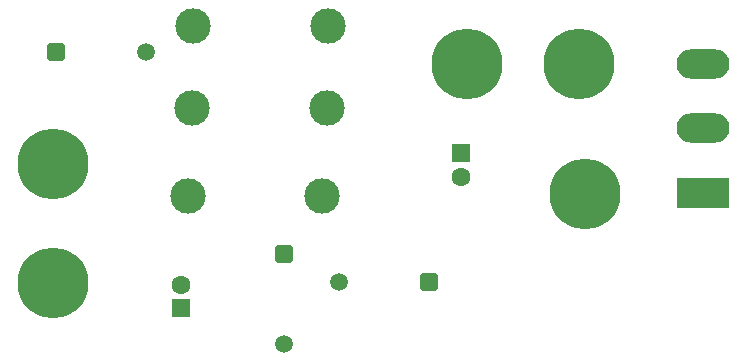
<source format=gbr>
%TF.GenerationSoftware,KiCad,Pcbnew,9.0.4*%
%TF.CreationDate,2025-09-20T20:44:59-07:00*%
%TF.ProjectId,SSTC,53535443-2e6b-4696-9361-645f70636258,rev?*%
%TF.SameCoordinates,Original*%
%TF.FileFunction,Soldermask,Top*%
%TF.FilePolarity,Negative*%
%FSLAX46Y46*%
G04 Gerber Fmt 4.6, Leading zero omitted, Abs format (unit mm)*
G04 Created by KiCad (PCBNEW 9.0.4) date 2025-09-20 20:44:59*
%MOMM*%
%LPD*%
G01*
G04 APERTURE LIST*
G04 Aperture macros list*
%AMRoundRect*
0 Rectangle with rounded corners*
0 $1 Rounding radius*
0 $2 $3 $4 $5 $6 $7 $8 $9 X,Y pos of 4 corners*
0 Add a 4 corners polygon primitive as box body*
4,1,4,$2,$3,$4,$5,$6,$7,$8,$9,$2,$3,0*
0 Add four circle primitives for the rounded corners*
1,1,$1+$1,$2,$3*
1,1,$1+$1,$4,$5*
1,1,$1+$1,$6,$7*
1,1,$1+$1,$8,$9*
0 Add four rect primitives between the rounded corners*
20,1,$1+$1,$2,$3,$4,$5,0*
20,1,$1+$1,$4,$5,$6,$7,0*
20,1,$1+$1,$6,$7,$8,$9,0*
20,1,$1+$1,$8,$9,$2,$3,0*%
G04 Aperture macros list end*
%ADD10C,1.600000*%
%ADD11RoundRect,0.250000X-0.550000X0.550000X-0.550000X-0.550000X0.550000X-0.550000X0.550000X0.550000X0*%
%ADD12C,6.000000*%
%ADD13R,4.500000X2.500000*%
%ADD14O,4.500000X2.500000*%
%ADD15C,3.000000*%
%ADD16RoundRect,0.250001X0.499999X0.499999X-0.499999X0.499999X-0.499999X-0.499999X0.499999X-0.499999X0*%
%ADD17C,1.500000*%
%ADD18RoundRect,0.250001X-0.499999X0.499999X-0.499999X-0.499999X0.499999X-0.499999X0.499999X0.499999X0*%
%ADD19RoundRect,0.250001X-0.499999X-0.499999X0.499999X-0.499999X0.499999X0.499999X-0.499999X0.499999X0*%
%ADD20RoundRect,0.250000X0.550000X-0.550000X0.550000X0.550000X-0.550000X0.550000X-0.550000X-0.550000X0*%
G04 APERTURE END LIST*
D10*
%TO.C,C2*%
X-277500000Y-225544888D03*
D11*
X-277500000Y-223544888D03*
%TD*%
D12*
%TO.C,H2*%
X-267500000Y-216000000D03*
%TD*%
%TO.C,H3*%
X-267000000Y-227000000D03*
%TD*%
%TO.C,H1*%
X-277000000Y-216000000D03*
%TD*%
D13*
%TO.C,Q1*%
X-257000000Y-226900000D03*
D14*
X-257000000Y-221450000D03*
X-257000000Y-216000000D03*
%TD*%
D15*
%TO.C,R3*%
X-300140000Y-212780000D03*
X-288740000Y-212780000D03*
%TD*%
%TO.C,R2*%
X-300610000Y-227200000D03*
X-289210000Y-227200000D03*
%TD*%
%TO.C,R1*%
X-300210000Y-219750000D03*
X-288810000Y-219750000D03*
%TD*%
D16*
%TO.C,D3*%
X-280205000Y-234440000D03*
D17*
X-287825000Y-234440000D03*
%TD*%
D18*
%TO.C,D2*%
X-292470000Y-232045000D03*
D17*
X-292470000Y-239665000D03*
%TD*%
D19*
%TO.C,D1*%
X-311800000Y-215000000D03*
D17*
X-304180000Y-215000000D03*
%TD*%
D12*
%TO.C,H5*%
X-312000000Y-234500000D03*
%TD*%
%TO.C,H4*%
X-312000000Y-224500000D03*
%TD*%
D20*
%TO.C,C1*%
X-301140000Y-236675113D03*
D10*
X-301140000Y-234675113D03*
%TD*%
M02*

</source>
